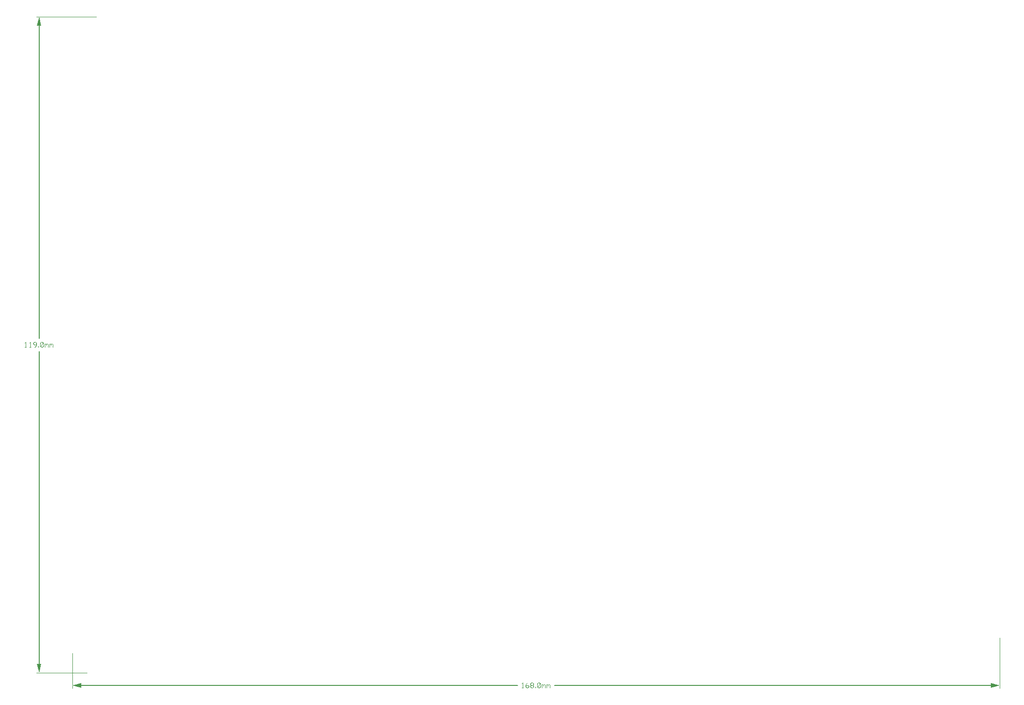
<source format=gbr>
G04 GENERATED BY PULSONIX 7.0 GERBER.DLL 4573*
%INHILLSTAR_140X90_EL_V1_0*%
%LNGERBER_DOCUMENTATION*%
%FSLAX33Y33*%
%IPPOS*%
%LPD*%
%OFA0B0*%
%MOMM*%
%ADD15C,0.125*%
%ADD17C,0.200*%
%ADD281C,0.025*%
%ADD394C,0.001*%
X0Y0D02*
D02*
D15*
X38744Y126108D02*
X39038Y126108D01*
X38891D02*
X38891Y126990D01*
X38744Y126843*
X39594Y126108D02*
X39888Y126108D01*
X39741D02*
X39741Y126990D01*
X39594Y126843*
X40517Y126108D02*
X40665Y126181D01*
X40812Y126328*
X40885Y126549*
Y126769*
X40812Y126916*
X40665Y126990*
X40517*
X40370Y126916*
X40297Y126769*
X40370Y126622*
X40517Y126549*
X40665*
X40812Y126622*
X40885Y126769*
X41220Y126108D02*
X41294Y126181D01*
X41220Y126255*
X41147Y126181*
X41220Y126108*
X41608Y126181D02*
X41755Y126108D01*
X41902*
X42049Y126181*
X42123Y126328*
Y126769*
X42049Y126916*
X41902Y126990*
X41755*
X41608Y126916*
X41534Y126769*
Y126328*
X41608Y126181*
X42049Y126916*
X42384Y126108D02*
X42384Y126696D01*
Y126622D02*
X42458Y126696D01*
X42605*
X42679Y126622*
Y126402*
Y126622D02*
X42752Y126696D01*
X42899*
X42973Y126622*
Y126108*
X43234D02*
X43234Y126696D01*
Y126622D02*
X43308Y126696D01*
X43455*
X43529Y126622*
Y126402*
Y126622D02*
X43602Y126696D01*
X43749*
X43823Y126622*
Y126108*
X128819Y64308D02*
X129113Y64308D01*
X128966D02*
X128966Y65190D01*
X128819Y65043*
X129522Y64528D02*
X129595Y64675D01*
X129742Y64749*
X129890*
X130037Y64675*
X130110Y64528*
X130037Y64381*
X129890Y64308*
X129742*
X129595Y64381*
X129522Y64528*
Y64749*
X129595Y64969*
X129742Y65116*
X129890Y65190*
X130592Y64749D02*
X130740Y64749D01*
X130887Y64822*
X130960Y64969*
X130887Y65116*
X130740Y65190*
X130592*
X130445Y65116*
X130372Y64969*
X130445Y64822*
X130592Y64749*
X130445Y64675*
X130372Y64528*
X130445Y64381*
X130592Y64308*
X130740*
X130887Y64381*
X130960Y64528*
X130887Y64675*
X130740Y64749*
X131295Y64308D02*
X131369Y64381D01*
X131295Y64455*
X131222Y64381*
X131295Y64308*
X131683Y64381D02*
X131830Y64308D01*
X131977*
X132124Y64381*
X132198Y64528*
Y64969*
X132124Y65116*
X131977Y65190*
X131830*
X131683Y65116*
X131609Y64969*
Y64528*
X131683Y64381*
X132124Y65116*
X132459Y64308D02*
X132459Y64896D01*
Y64822D02*
X132533Y64896D01*
X132680*
X132754Y64822*
Y64602*
Y64822D02*
X132827Y64896D01*
X132974*
X133048Y64822*
Y64308*
X133309D02*
X133309Y64896D01*
Y64822D02*
X133383Y64896D01*
X133530*
X133604Y64822*
Y64602*
Y64822D02*
X133677Y64896D01*
X133824*
X133898Y64822*
Y64308*
D02*
D17*
X41341Y67812D02*
Y125325D01*
Y127700D02*
Y185212D01*
X48216Y64712D02*
X128109D01*
X134722D02*
X214616D01*
D02*
D281*
X47416Y70530D02*
Y64212D01*
X49985Y67012D02*
X40841D01*
X51737Y186012D02*
X40841D01*
X215416Y73349D02*
Y64212D01*
D02*
D394*
X41341Y67012D02*
G36*
X40941Y68612D01*
X41741*
X41341Y67012*
G37*
Y186012D02*
G36*
X41741Y184412D01*
X40941*
X41341Y186012*
G37*
X47416Y64712D02*
G36*
X49016Y65112D01*
Y64312*
X47416Y64712*
G37*
X215416D02*
G36*
X213816Y64312D01*
Y65112*
X215416Y64712*
G37*
X0Y0D02*
M02*

</source>
